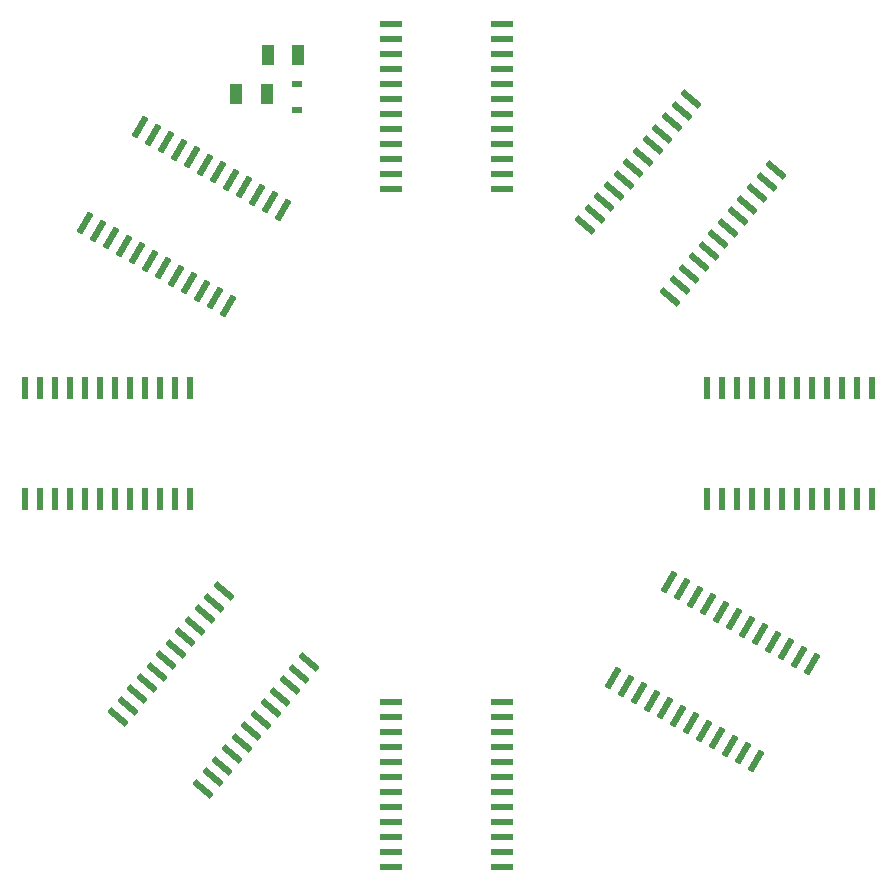
<source format=gbr>
G04*
G04 #@! TF.GenerationSoftware,Altium Limited,Altium Designer,23.1.1 (15)*
G04*
G04 Layer_Color=8421504*
%FSLAX44Y44*%
%MOMM*%
G71*
G04*
G04 #@! TF.SameCoordinates,EA72E859-7E5F-47E5-BE6D-6BCC4CF4D1DD*
G04*
G04*
G04 #@! TF.FilePolarity,Positive*
G04*
G01*
G75*
%ADD13R,0.5500X1.9500*%
G04:AMPARAMS|DCode=14|XSize=1.95mm|YSize=0.55mm|CornerRadius=0mm|HoleSize=0mm|Usage=FLASHONLY|Rotation=60.000|XOffset=0mm|YOffset=0mm|HoleType=Round|Shape=Rectangle|*
%AMROTATEDRECTD14*
4,1,4,-0.2493,-0.9819,-0.7257,-0.7069,0.2493,0.9819,0.7257,0.7069,-0.2493,-0.9819,0.0*
%
%ADD14ROTATEDRECTD14*%

G04:AMPARAMS|DCode=15|XSize=1.95mm|YSize=0.55mm|CornerRadius=0mm|HoleSize=0mm|Usage=FLASHONLY|Rotation=60.000|XOffset=0mm|YOffset=0mm|HoleType=Round|Shape=Rectangle|*
%AMROTATEDRECTD15*
4,1,4,-0.2493,-0.9819,-0.7257,-0.7069,0.2493,0.9819,0.7257,0.7069,-0.2493,-0.9819,0.0*
%
%ADD15ROTATEDRECTD15*%

G04:AMPARAMS|DCode=16|XSize=1.95mm|YSize=0.55mm|CornerRadius=0mm|HoleSize=0mm|Usage=FLASHONLY|Rotation=60.000|XOffset=0mm|YOffset=0mm|HoleType=Round|Shape=Rectangle|*
%AMROTATEDRECTD16*
4,1,4,-0.2494,-0.9819,-0.7256,-0.7069,0.2494,0.9819,0.7256,0.7069,-0.2494,-0.9819,0.0*
%
%ADD16ROTATEDRECTD16*%

%ADD17R,0.5500X1.9500*%
%ADD18R,0.5500X1.9500*%
%ADD19R,0.5500X1.9500*%
G04:AMPARAMS|DCode=20|XSize=1.95mm|YSize=0.55mm|CornerRadius=0mm|HoleSize=0mm|Usage=FLASHONLY|Rotation=140.000|XOffset=0mm|YOffset=0mm|HoleType=Round|Shape=Rectangle|*
%AMROTATEDRECTD20*
4,1,4,0.9237,-0.4161,0.5701,-0.8374,-0.9237,0.4161,-0.5701,0.8374,0.9237,-0.4161,0.0*
%
%ADD20ROTATEDRECTD20*%

G04:AMPARAMS|DCode=21|XSize=1.95mm|YSize=0.55mm|CornerRadius=0mm|HoleSize=0mm|Usage=FLASHONLY|Rotation=140.000|XOffset=0mm|YOffset=0mm|HoleType=Round|Shape=Rectangle|*
%AMROTATEDRECTD21*
4,1,4,0.9237,-0.4161,0.5701,-0.8374,-0.9237,0.4161,-0.5701,0.8374,0.9237,-0.4161,0.0*
%
%ADD21ROTATEDRECTD21*%

G04:AMPARAMS|DCode=22|XSize=1.95mm|YSize=0.55mm|CornerRadius=0mm|HoleSize=0mm|Usage=FLASHONLY|Rotation=140.000|XOffset=0mm|YOffset=0mm|HoleType=Round|Shape=Rectangle|*
%AMROTATEDRECTD22*
4,1,4,0.9236,-0.4161,0.5701,-0.8374,-0.9236,0.4161,-0.5701,0.8374,0.9236,-0.4161,0.0*
%
%ADD22ROTATEDRECTD22*%

G04:AMPARAMS|DCode=23|XSize=1.95mm|YSize=0.55mm|CornerRadius=0mm|HoleSize=0mm|Usage=FLASHONLY|Rotation=140.000|XOffset=0mm|YOffset=0mm|HoleType=Round|Shape=Rectangle|*
%AMROTATEDRECTD23*
4,1,4,0.9237,-0.4160,0.5701,-0.8374,-0.9237,0.4160,-0.5701,0.8374,0.9237,-0.4160,0.0*
%
%ADD23ROTATEDRECTD23*%

%ADD24R,1.9500X0.5500*%
%ADD25R,1.9500X0.5500*%
%ADD26R,1.9500X0.5500*%
%ADD27R,1.9500X0.5500*%
G04:AMPARAMS|DCode=28|XSize=1.95mm|YSize=0.55mm|CornerRadius=0mm|HoleSize=0mm|Usage=FLASHONLY|Rotation=240.000|XOffset=0mm|YOffset=0mm|HoleType=Round|Shape=Rectangle|*
%AMROTATEDRECTD28*
4,1,4,0.2494,0.9819,0.7256,0.7069,-0.2494,-0.9819,-0.7256,-0.7069,0.2494,0.9819,0.0*
%
%ADD28ROTATEDRECTD28*%

%ADD29R,1.0557X1.6582*%
%ADD30R,0.8300X0.6300*%
D13*
X-358600Y-47000D02*
D03*
X-345900D02*
D03*
X-333200D02*
D03*
X-320500D02*
D03*
X-307800D02*
D03*
X-295100D02*
D03*
X-282400D02*
D03*
X-269700D02*
D03*
X-257000D02*
D03*
X-244300D02*
D03*
X-231600D02*
D03*
X-218900D02*
D03*
Y47000D02*
D03*
X-231600D02*
D03*
X-244300D02*
D03*
X-257000D02*
D03*
X-269700D02*
D03*
X-282400D02*
D03*
X-295100D02*
D03*
X-307800D02*
D03*
X-320500D02*
D03*
X-333200D02*
D03*
X-345900D02*
D03*
X-358600D02*
D03*
X244301Y-47000D02*
D03*
X282404Y-46998D02*
D03*
X295099Y-47000D02*
D03*
X320500Y-47000D02*
D03*
D14*
X307672Y-186691D02*
D03*
X274676Y-167641D02*
D03*
X241681Y-148592D02*
D03*
X172684Y-217298D02*
D03*
X205680Y-236349D02*
D03*
X238675Y-255398D02*
D03*
X-238675Y255398D02*
D03*
X-197687Y123192D02*
D03*
X-139688Y198248D02*
D03*
X-205679Y236348D02*
D03*
X-227676Y249048D02*
D03*
D15*
X296674Y-180342D02*
D03*
X285675Y-173992D02*
D03*
X263678Y-161292D02*
D03*
X252679Y-154942D02*
D03*
X230682Y-142242D02*
D03*
X219684Y-135892D02*
D03*
X208685Y-129541D02*
D03*
X197687Y-123192D02*
D03*
X186688Y-116841D02*
D03*
X150687Y-204598D02*
D03*
X161685Y-210948D02*
D03*
X183682Y-223648D02*
D03*
X194681Y-229998D02*
D03*
X216678Y-242698D02*
D03*
X227677Y-249048D02*
D03*
X249673Y-261748D02*
D03*
X260672Y-268098D02*
D03*
X-296674Y180342D02*
D03*
X-285675Y173992D02*
D03*
X-274676Y167642D02*
D03*
X-186688Y116842D02*
D03*
X-150686Y204598D02*
D03*
X-161685Y210948D02*
D03*
X-172684Y217298D02*
D03*
X-263678Y161292D02*
D03*
X-252678Y154942D02*
D03*
X-241682Y148594D02*
D03*
X-219684Y135892D02*
D03*
X-208685Y129542D02*
D03*
X-183682Y223648D02*
D03*
X-194681Y229998D02*
D03*
X-216678Y242698D02*
D03*
X-249673Y261748D02*
D03*
X-260672Y268098D02*
D03*
D16*
X139688Y-198248D02*
D03*
D17*
X358600Y47000D02*
D03*
X333200D02*
D03*
X320500D02*
D03*
X282400D02*
D03*
X269700D02*
D03*
X244300D02*
D03*
X231600D02*
D03*
X218900Y-47000D02*
D03*
X231600D02*
D03*
X257000D02*
D03*
X269700D02*
D03*
X307800D02*
D03*
X333200D02*
D03*
X345900D02*
D03*
X358600D02*
D03*
D18*
X345900Y47000D02*
D03*
X295097Y46999D02*
D03*
X218901Y47000D02*
D03*
D19*
X307801Y47000D02*
D03*
X257000D02*
D03*
D20*
X205744Y291999D02*
D03*
X181254Y262813D02*
D03*
X148601Y223898D02*
D03*
X132274Y204440D02*
D03*
X196119Y134290D02*
D03*
X220609Y163475D02*
D03*
X228772Y173204D02*
D03*
X261426Y212120D02*
D03*
X-263226Y-212120D02*
D03*
X-207544Y-291999D02*
D03*
X-199381Y-282271D02*
D03*
X-191218Y-272542D02*
D03*
X-174891Y-253084D02*
D03*
X-158564Y-233626D02*
D03*
X-150400Y-223898D02*
D03*
X-125910Y-194711D02*
D03*
X-189755Y-124561D02*
D03*
X-197919Y-134290D02*
D03*
X-214246Y-153747D02*
D03*
X-222409Y-163477D02*
D03*
X-238736Y-182934D02*
D03*
X-246899Y-192662D02*
D03*
X-271389Y-221849D02*
D03*
X269590Y221848D02*
D03*
X245099Y192662D02*
D03*
X236936Y182933D02*
D03*
X212446Y153747D02*
D03*
X204282Y144018D02*
D03*
X115947Y184983D02*
D03*
X124111Y194711D02*
D03*
X140438Y214169D02*
D03*
X189418Y272542D02*
D03*
D21*
X187955Y124561D02*
D03*
X-183054Y-262813D02*
D03*
X-166726Y-243350D02*
D03*
X-134074Y-204440D02*
D03*
X-117747Y-184983D02*
D03*
X156764Y233627D02*
D03*
X164928Y243355D02*
D03*
X197581Y282271D02*
D03*
D22*
X253263Y202391D02*
D03*
X-279553Y-231577D02*
D03*
D23*
X277753Y231577D02*
D03*
X-142237Y-214169D02*
D03*
X-206083Y-144018D02*
D03*
X-230572Y-173204D02*
D03*
X-255063Y-202390D02*
D03*
X173091Y253085D02*
D03*
D24*
X45730Y-358600D02*
D03*
Y-345900D02*
D03*
Y-333200D02*
D03*
Y-320499D02*
D03*
Y-307799D02*
D03*
Y-295100D02*
D03*
Y-282400D02*
D03*
Y-269699D02*
D03*
Y-256999D02*
D03*
Y-244300D02*
D03*
Y-231600D02*
D03*
Y-218899D02*
D03*
X-48270D02*
D03*
Y-231600D02*
D03*
Y-244300D02*
D03*
Y-256999D02*
D03*
Y-269699D02*
D03*
Y-282400D02*
D03*
Y-295100D02*
D03*
Y-307799D02*
D03*
Y-320499D02*
D03*
Y-333200D02*
D03*
Y-345900D02*
D03*
Y-358600D02*
D03*
Y342899D02*
D03*
X-48270Y330200D02*
D03*
Y292100D02*
D03*
Y279400D02*
D03*
Y266700D02*
D03*
X-48270Y254000D02*
D03*
Y215899D02*
D03*
X45730Y241300D02*
D03*
X45729Y266702D02*
D03*
X45730Y279400D02*
D03*
Y304800D02*
D03*
Y317500D02*
D03*
X45731Y330198D02*
D03*
X45730Y342900D02*
D03*
D25*
X-48270Y355600D02*
D03*
Y304800D02*
D03*
X45730Y292099D02*
D03*
D26*
X-48270Y317500D02*
D03*
X45730Y228600D02*
D03*
Y254000D02*
D03*
Y355600D02*
D03*
D27*
X-48270Y241300D02*
D03*
Y228600D02*
D03*
X45730Y215900D02*
D03*
D28*
X-307672Y186692D02*
D03*
X-230682Y142242D02*
D03*
D29*
X-153670Y295910D02*
D03*
X-179195D02*
D03*
X-152525Y328930D02*
D03*
X-127000D02*
D03*
D30*
X-128270Y304800D02*
D03*
Y282500D02*
D03*
M02*

</source>
